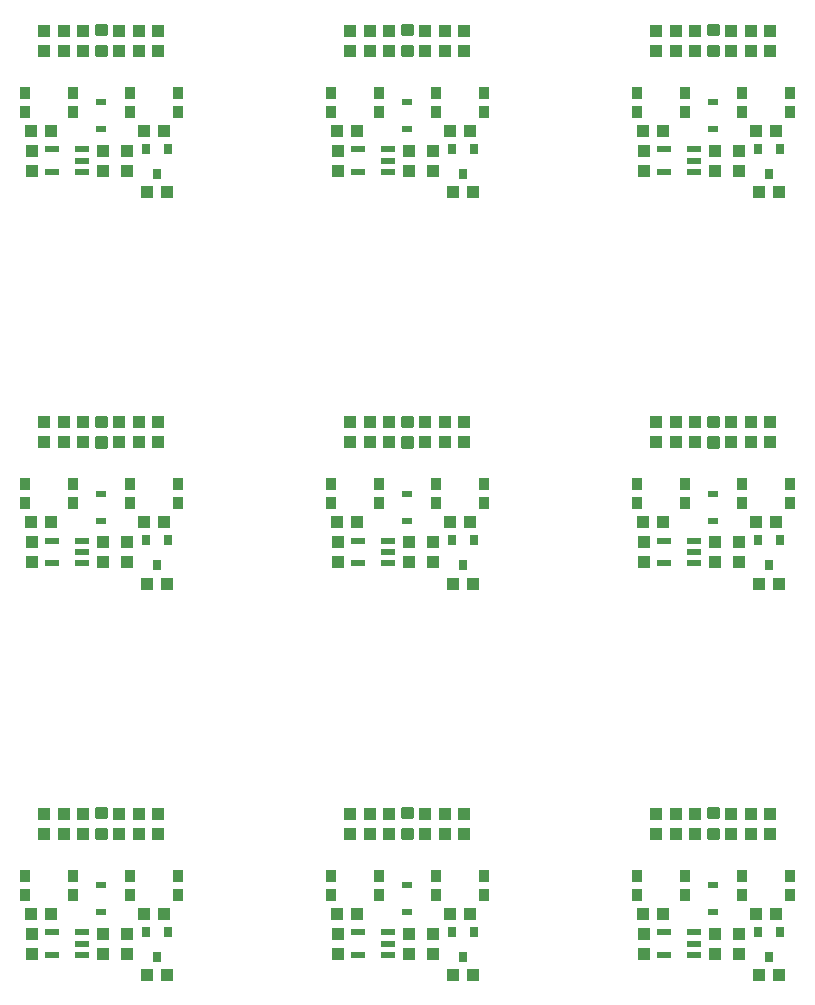
<source format=gtp>
G75*
%MOIN*%
%OFA0B0*%
%FSLAX25Y25*%
%IPPOS*%
%LPD*%
%AMOC8*
5,1,8,0,0,1.08239X$1,22.5*
%
%ADD10R,0.04331X0.03937*%
%ADD11R,0.03937X0.04331*%
%ADD12C,0.01181*%
%ADD13R,0.03150X0.03543*%
%ADD14R,0.03543X0.03937*%
%ADD15R,0.03268X0.02480*%
%ADD16R,0.04724X0.02165*%
D10*
X0055404Y0083750D03*
X0062096Y0083750D03*
X0092904Y0083750D03*
X0099596Y0083750D03*
X0100596Y0063250D03*
X0093904Y0063250D03*
X0157404Y0083750D03*
X0164096Y0083750D03*
X0194904Y0083750D03*
X0201596Y0083750D03*
X0202596Y0063250D03*
X0195904Y0063250D03*
X0259404Y0083750D03*
X0266096Y0083750D03*
X0296904Y0083750D03*
X0303596Y0083750D03*
X0304596Y0063250D03*
X0297904Y0063250D03*
X0297904Y0193750D03*
X0304596Y0193750D03*
X0303596Y0214250D03*
X0296904Y0214250D03*
X0266096Y0214250D03*
X0259404Y0214250D03*
X0201596Y0214250D03*
X0194904Y0214250D03*
X0195904Y0193750D03*
X0202596Y0193750D03*
X0164096Y0214250D03*
X0157404Y0214250D03*
X0100596Y0193750D03*
X0093904Y0193750D03*
X0092904Y0214250D03*
X0099596Y0214250D03*
X0062096Y0214250D03*
X0055404Y0214250D03*
X0093904Y0324250D03*
X0100596Y0324250D03*
X0099596Y0344750D03*
X0092904Y0344750D03*
X0062096Y0344750D03*
X0055404Y0344750D03*
X0157404Y0344750D03*
X0164096Y0344750D03*
X0194904Y0344750D03*
X0201596Y0344750D03*
X0202596Y0324250D03*
X0195904Y0324250D03*
X0259404Y0344750D03*
X0266096Y0344750D03*
X0296904Y0344750D03*
X0303596Y0344750D03*
X0304596Y0324250D03*
X0297904Y0324250D03*
D11*
X0055750Y0070404D03*
X0055750Y0077096D03*
X0079250Y0077096D03*
X0079250Y0070404D03*
X0087250Y0070404D03*
X0087250Y0077096D03*
X0084750Y0110404D03*
X0091250Y0110404D03*
X0097750Y0110404D03*
X0097750Y0117096D03*
X0091250Y0117096D03*
X0084750Y0117096D03*
X0072750Y0117096D03*
X0066250Y0117096D03*
X0059750Y0117096D03*
X0059750Y0110404D03*
X0066250Y0110404D03*
X0072750Y0110404D03*
X0079250Y0200904D03*
X0079250Y0207596D03*
X0087250Y0207596D03*
X0087250Y0200904D03*
X0055750Y0200904D03*
X0055750Y0207596D03*
X0059750Y0240904D03*
X0059750Y0247596D03*
X0066250Y0247596D03*
X0072750Y0247596D03*
X0072750Y0240904D03*
X0066250Y0240904D03*
X0084750Y0240904D03*
X0091250Y0240904D03*
X0091250Y0247596D03*
X0084750Y0247596D03*
X0097750Y0247596D03*
X0097750Y0240904D03*
X0157750Y0207596D03*
X0157750Y0200904D03*
X0181250Y0200904D03*
X0181250Y0207596D03*
X0189250Y0207596D03*
X0189250Y0200904D03*
X0186750Y0240904D03*
X0186750Y0247596D03*
X0193250Y0247596D03*
X0199750Y0247596D03*
X0199750Y0240904D03*
X0193250Y0240904D03*
X0174750Y0240904D03*
X0174750Y0247596D03*
X0168250Y0247596D03*
X0161750Y0247596D03*
X0161750Y0240904D03*
X0168250Y0240904D03*
X0157750Y0331404D03*
X0157750Y0338096D03*
X0181250Y0338096D03*
X0181250Y0331404D03*
X0189250Y0331404D03*
X0189250Y0338096D03*
X0186750Y0371404D03*
X0186750Y0378096D03*
X0193250Y0378096D03*
X0199750Y0378096D03*
X0199750Y0371404D03*
X0193250Y0371404D03*
X0174750Y0371404D03*
X0174750Y0378096D03*
X0168250Y0378096D03*
X0161750Y0378096D03*
X0161750Y0371404D03*
X0168250Y0371404D03*
X0097750Y0371404D03*
X0097750Y0378096D03*
X0091250Y0378096D03*
X0084750Y0378096D03*
X0084750Y0371404D03*
X0091250Y0371404D03*
X0072750Y0371404D03*
X0066250Y0371404D03*
X0066250Y0378096D03*
X0072750Y0378096D03*
X0059750Y0378096D03*
X0059750Y0371404D03*
X0055750Y0338096D03*
X0055750Y0331404D03*
X0079250Y0331404D03*
X0079250Y0338096D03*
X0087250Y0338096D03*
X0087250Y0331404D03*
X0259750Y0331404D03*
X0259750Y0338096D03*
X0283250Y0338096D03*
X0283250Y0331404D03*
X0291250Y0331404D03*
X0291250Y0338096D03*
X0288750Y0371404D03*
X0295250Y0371404D03*
X0295250Y0378096D03*
X0288750Y0378096D03*
X0276750Y0378096D03*
X0270250Y0378096D03*
X0270250Y0371404D03*
X0276750Y0371404D03*
X0263750Y0371404D03*
X0263750Y0378096D03*
X0301750Y0378096D03*
X0301750Y0371404D03*
X0301750Y0247596D03*
X0301750Y0240904D03*
X0295250Y0240904D03*
X0288750Y0240904D03*
X0288750Y0247596D03*
X0295250Y0247596D03*
X0276750Y0247596D03*
X0270250Y0247596D03*
X0270250Y0240904D03*
X0276750Y0240904D03*
X0263750Y0240904D03*
X0263750Y0247596D03*
X0259750Y0207596D03*
X0259750Y0200904D03*
X0283250Y0200904D03*
X0283250Y0207596D03*
X0291250Y0207596D03*
X0291250Y0200904D03*
X0288750Y0117096D03*
X0295250Y0117096D03*
X0301750Y0117096D03*
X0301750Y0110404D03*
X0295250Y0110404D03*
X0288750Y0110404D03*
X0276750Y0110404D03*
X0270250Y0110404D03*
X0263750Y0110404D03*
X0263750Y0117096D03*
X0270250Y0117096D03*
X0276750Y0117096D03*
X0283250Y0077096D03*
X0283250Y0070404D03*
X0291250Y0070404D03*
X0291250Y0077096D03*
X0259750Y0077096D03*
X0259750Y0070404D03*
X0199750Y0110404D03*
X0193250Y0110404D03*
X0186750Y0110404D03*
X0186750Y0117096D03*
X0193250Y0117096D03*
X0199750Y0117096D03*
X0174750Y0117096D03*
X0168250Y0117096D03*
X0161750Y0117096D03*
X0161750Y0110404D03*
X0168250Y0110404D03*
X0174750Y0110404D03*
X0181250Y0077096D03*
X0181250Y0070404D03*
X0189250Y0070404D03*
X0189250Y0077096D03*
X0157750Y0077096D03*
X0157750Y0070404D03*
D12*
X0179372Y0111675D02*
X0182128Y0111675D01*
X0182128Y0108919D01*
X0179372Y0108919D01*
X0179372Y0111675D01*
X0179372Y0110041D02*
X0182128Y0110041D01*
X0182128Y0111163D02*
X0179372Y0111163D01*
X0179372Y0118581D02*
X0182128Y0118581D01*
X0182128Y0115825D01*
X0179372Y0115825D01*
X0179372Y0118581D01*
X0179372Y0116947D02*
X0182128Y0116947D01*
X0182128Y0118069D02*
X0179372Y0118069D01*
X0080128Y0118581D02*
X0077372Y0118581D01*
X0080128Y0118581D02*
X0080128Y0115825D01*
X0077372Y0115825D01*
X0077372Y0118581D01*
X0077372Y0116947D02*
X0080128Y0116947D01*
X0080128Y0118069D02*
X0077372Y0118069D01*
X0077372Y0111675D02*
X0080128Y0111675D01*
X0080128Y0108919D01*
X0077372Y0108919D01*
X0077372Y0111675D01*
X0077372Y0110041D02*
X0080128Y0110041D01*
X0080128Y0111163D02*
X0077372Y0111163D01*
X0077372Y0242175D02*
X0080128Y0242175D01*
X0080128Y0239419D01*
X0077372Y0239419D01*
X0077372Y0242175D01*
X0077372Y0240541D02*
X0080128Y0240541D01*
X0080128Y0241663D02*
X0077372Y0241663D01*
X0077372Y0249081D02*
X0080128Y0249081D01*
X0080128Y0246325D01*
X0077372Y0246325D01*
X0077372Y0249081D01*
X0077372Y0247447D02*
X0080128Y0247447D01*
X0080128Y0248569D02*
X0077372Y0248569D01*
X0179372Y0249081D02*
X0182128Y0249081D01*
X0182128Y0246325D01*
X0179372Y0246325D01*
X0179372Y0249081D01*
X0179372Y0247447D02*
X0182128Y0247447D01*
X0182128Y0248569D02*
X0179372Y0248569D01*
X0179372Y0242175D02*
X0182128Y0242175D01*
X0182128Y0239419D01*
X0179372Y0239419D01*
X0179372Y0242175D01*
X0179372Y0240541D02*
X0182128Y0240541D01*
X0182128Y0241663D02*
X0179372Y0241663D01*
X0281372Y0242175D02*
X0284128Y0242175D01*
X0284128Y0239419D01*
X0281372Y0239419D01*
X0281372Y0242175D01*
X0281372Y0240541D02*
X0284128Y0240541D01*
X0284128Y0241663D02*
X0281372Y0241663D01*
X0281372Y0249081D02*
X0284128Y0249081D01*
X0284128Y0246325D01*
X0281372Y0246325D01*
X0281372Y0249081D01*
X0281372Y0247447D02*
X0284128Y0247447D01*
X0284128Y0248569D02*
X0281372Y0248569D01*
X0281372Y0372675D02*
X0284128Y0372675D01*
X0284128Y0369919D01*
X0281372Y0369919D01*
X0281372Y0372675D01*
X0281372Y0371041D02*
X0284128Y0371041D01*
X0284128Y0372163D02*
X0281372Y0372163D01*
X0281372Y0379581D02*
X0284128Y0379581D01*
X0284128Y0376825D01*
X0281372Y0376825D01*
X0281372Y0379581D01*
X0281372Y0377947D02*
X0284128Y0377947D01*
X0284128Y0379069D02*
X0281372Y0379069D01*
X0182128Y0379581D02*
X0179372Y0379581D01*
X0182128Y0379581D02*
X0182128Y0376825D01*
X0179372Y0376825D01*
X0179372Y0379581D01*
X0179372Y0377947D02*
X0182128Y0377947D01*
X0182128Y0379069D02*
X0179372Y0379069D01*
X0179372Y0372675D02*
X0182128Y0372675D01*
X0182128Y0369919D01*
X0179372Y0369919D01*
X0179372Y0372675D01*
X0179372Y0371041D02*
X0182128Y0371041D01*
X0182128Y0372163D02*
X0179372Y0372163D01*
X0080128Y0372675D02*
X0077372Y0372675D01*
X0080128Y0372675D02*
X0080128Y0369919D01*
X0077372Y0369919D01*
X0077372Y0372675D01*
X0077372Y0371041D02*
X0080128Y0371041D01*
X0080128Y0372163D02*
X0077372Y0372163D01*
X0077372Y0379581D02*
X0080128Y0379581D01*
X0080128Y0376825D01*
X0077372Y0376825D01*
X0077372Y0379581D01*
X0077372Y0377947D02*
X0080128Y0377947D01*
X0080128Y0379069D02*
X0077372Y0379069D01*
X0281372Y0118581D02*
X0284128Y0118581D01*
X0284128Y0115825D01*
X0281372Y0115825D01*
X0281372Y0118581D01*
X0281372Y0116947D02*
X0284128Y0116947D01*
X0284128Y0118069D02*
X0281372Y0118069D01*
X0281372Y0111675D02*
X0284128Y0111675D01*
X0284128Y0108919D01*
X0281372Y0108919D01*
X0281372Y0111675D01*
X0281372Y0110041D02*
X0284128Y0110041D01*
X0284128Y0111163D02*
X0281372Y0111163D01*
D13*
X0297510Y0077687D03*
X0304990Y0077687D03*
X0301250Y0069419D03*
X0202990Y0077687D03*
X0199250Y0069419D03*
X0195510Y0077687D03*
X0100990Y0077687D03*
X0097250Y0069419D03*
X0093510Y0077687D03*
X0097250Y0199919D03*
X0093510Y0208187D03*
X0100990Y0208187D03*
X0195510Y0208187D03*
X0199250Y0199919D03*
X0202990Y0208187D03*
X0297510Y0208187D03*
X0304990Y0208187D03*
X0301250Y0199919D03*
X0301250Y0330419D03*
X0297510Y0338687D03*
X0304990Y0338687D03*
X0202990Y0338687D03*
X0195510Y0338687D03*
X0199250Y0330419D03*
X0100990Y0338687D03*
X0093510Y0338687D03*
X0097250Y0330419D03*
D14*
X0104321Y0351100D03*
X0104321Y0357400D03*
X0088179Y0357400D03*
X0088179Y0351100D03*
X0069321Y0351100D03*
X0069321Y0357400D03*
X0053179Y0357400D03*
X0053179Y0351100D03*
X0155179Y0351100D03*
X0155179Y0357400D03*
X0171321Y0357400D03*
X0171321Y0351100D03*
X0190179Y0351100D03*
X0190179Y0357400D03*
X0206321Y0357400D03*
X0206321Y0351100D03*
X0257179Y0351100D03*
X0257179Y0357400D03*
X0273321Y0357400D03*
X0273321Y0351100D03*
X0292179Y0351100D03*
X0292179Y0357400D03*
X0308321Y0357400D03*
X0308321Y0351100D03*
X0308321Y0226900D03*
X0308321Y0220600D03*
X0292179Y0220600D03*
X0292179Y0226900D03*
X0273321Y0226900D03*
X0273321Y0220600D03*
X0257179Y0220600D03*
X0257179Y0226900D03*
X0206321Y0226900D03*
X0206321Y0220600D03*
X0190179Y0220600D03*
X0190179Y0226900D03*
X0171321Y0226900D03*
X0171321Y0220600D03*
X0155179Y0220600D03*
X0155179Y0226900D03*
X0104321Y0226900D03*
X0104321Y0220600D03*
X0088179Y0220600D03*
X0088179Y0226900D03*
X0069321Y0226900D03*
X0069321Y0220600D03*
X0053179Y0220600D03*
X0053179Y0226900D03*
X0053179Y0096400D03*
X0053179Y0090100D03*
X0069321Y0090100D03*
X0069321Y0096400D03*
X0088179Y0096400D03*
X0088179Y0090100D03*
X0104321Y0090100D03*
X0104321Y0096400D03*
X0155179Y0096400D03*
X0155179Y0090100D03*
X0171321Y0090100D03*
X0171321Y0096400D03*
X0190179Y0096400D03*
X0190179Y0090100D03*
X0206321Y0090100D03*
X0206321Y0096400D03*
X0257179Y0096400D03*
X0257179Y0090100D03*
X0273321Y0090100D03*
X0273321Y0096400D03*
X0292179Y0096400D03*
X0292179Y0090100D03*
X0308321Y0090100D03*
X0308321Y0096400D03*
D15*
X0282750Y0093278D03*
X0282750Y0084222D03*
X0180750Y0084222D03*
X0180750Y0093278D03*
X0078750Y0093278D03*
X0078750Y0084222D03*
X0078750Y0214722D03*
X0078750Y0223778D03*
X0180750Y0223778D03*
X0180750Y0214722D03*
X0282750Y0214722D03*
X0282750Y0223778D03*
X0282750Y0345222D03*
X0282750Y0354278D03*
X0180750Y0354278D03*
X0180750Y0345222D03*
X0078750Y0345222D03*
X0078750Y0354278D03*
D16*
X0072369Y0338490D03*
X0072369Y0334750D03*
X0072369Y0331010D03*
X0062131Y0331010D03*
X0062131Y0338490D03*
X0164131Y0338490D03*
X0164131Y0331010D03*
X0174369Y0331010D03*
X0174369Y0334750D03*
X0174369Y0338490D03*
X0266131Y0338490D03*
X0266131Y0331010D03*
X0276369Y0331010D03*
X0276369Y0334750D03*
X0276369Y0338490D03*
X0276369Y0207990D03*
X0276369Y0204250D03*
X0276369Y0200510D03*
X0266131Y0200510D03*
X0266131Y0207990D03*
X0174369Y0207990D03*
X0174369Y0204250D03*
X0174369Y0200510D03*
X0164131Y0200510D03*
X0164131Y0207990D03*
X0072369Y0207990D03*
X0072369Y0204250D03*
X0072369Y0200510D03*
X0062131Y0200510D03*
X0062131Y0207990D03*
X0062131Y0077490D03*
X0062131Y0070010D03*
X0072369Y0070010D03*
X0072369Y0073750D03*
X0072369Y0077490D03*
X0164131Y0077490D03*
X0164131Y0070010D03*
X0174369Y0070010D03*
X0174369Y0073750D03*
X0174369Y0077490D03*
X0266131Y0077490D03*
X0266131Y0070010D03*
X0276369Y0070010D03*
X0276369Y0073750D03*
X0276369Y0077490D03*
M02*

</source>
